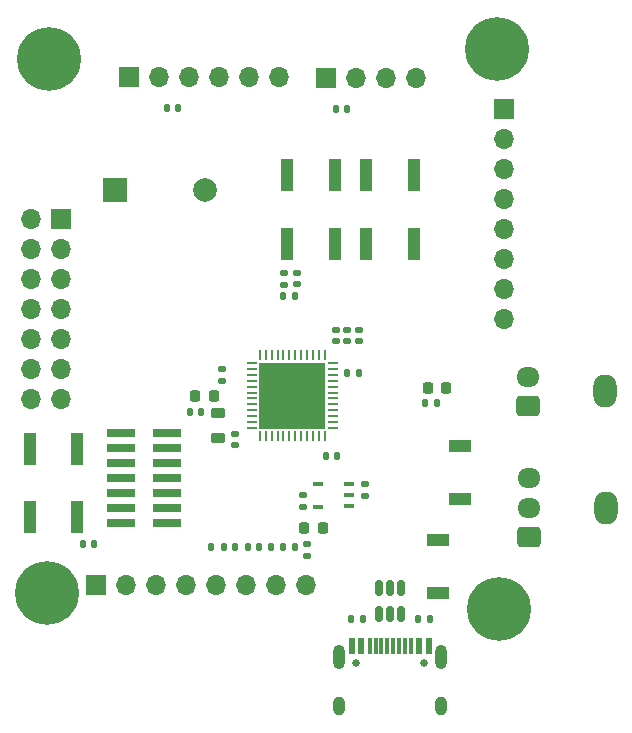
<source format=gbr>
%TF.GenerationSoftware,KiCad,Pcbnew,9.0.0*%
%TF.CreationDate,2025-03-20T21:32:39+01:00*%
%TF.ProjectId,PCB_Module_Payement,5043425f-4d6f-4647-956c-655f50617965,rev?*%
%TF.SameCoordinates,Original*%
%TF.FileFunction,Soldermask,Top*%
%TF.FilePolarity,Negative*%
%FSLAX46Y46*%
G04 Gerber Fmt 4.6, Leading zero omitted, Abs format (unit mm)*
G04 Created by KiCad (PCBNEW 9.0.0) date 2025-03-20 21:32:39*
%MOMM*%
%LPD*%
G01*
G04 APERTURE LIST*
G04 Aperture macros list*
%AMRoundRect*
0 Rectangle with rounded corners*
0 $1 Rounding radius*
0 $2 $3 $4 $5 $6 $7 $8 $9 X,Y pos of 4 corners*
0 Add a 4 corners polygon primitive as box body*
4,1,4,$2,$3,$4,$5,$6,$7,$8,$9,$2,$3,0*
0 Add four circle primitives for the rounded corners*
1,1,$1+$1,$2,$3*
1,1,$1+$1,$4,$5*
1,1,$1+$1,$6,$7*
1,1,$1+$1,$8,$9*
0 Add four rect primitives between the rounded corners*
20,1,$1+$1,$2,$3,$4,$5,0*
20,1,$1+$1,$4,$5,$6,$7,0*
20,1,$1+$1,$6,$7,$8,$9,0*
20,1,$1+$1,$8,$9,$2,$3,0*%
G04 Aperture macros list end*
%ADD10O,1.950000X1.700000*%
%ADD11RoundRect,0.250000X0.725000X-0.600000X0.725000X0.600000X-0.725000X0.600000X-0.725000X-0.600000X0*%
%ADD12O,2.000000X2.800000*%
%ADD13RoundRect,0.135000X0.135000X0.185000X-0.135000X0.185000X-0.135000X-0.185000X0.135000X-0.185000X0*%
%ADD14R,1.000000X2.800000*%
%ADD15RoundRect,0.140000X-0.170000X0.140000X-0.170000X-0.140000X0.170000X-0.140000X0.170000X0.140000X0*%
%ADD16RoundRect,0.218750X0.218750X0.256250X-0.218750X0.256250X-0.218750X-0.256250X0.218750X-0.256250X0*%
%ADD17RoundRect,0.140000X0.170000X-0.140000X0.170000X0.140000X-0.170000X0.140000X-0.170000X-0.140000X0*%
%ADD18RoundRect,0.140000X-0.140000X-0.170000X0.140000X-0.170000X0.140000X0.170000X-0.140000X0.170000X0*%
%ADD19C,0.650000*%
%ADD20R,0.600000X1.450000*%
%ADD21R,0.300000X1.450000*%
%ADD22O,1.000000X2.100000*%
%ADD23O,1.000000X1.600000*%
%ADD24R,2.400000X0.740000*%
%ADD25RoundRect,0.135000X-0.135000X-0.185000X0.135000X-0.185000X0.135000X0.185000X-0.135000X0.185000X0*%
%ADD26R,1.700000X1.700000*%
%ADD27O,1.700000X1.700000*%
%ADD28RoundRect,0.135000X0.185000X-0.135000X0.185000X0.135000X-0.185000X0.135000X-0.185000X-0.135000X0*%
%ADD29R,2.000000X2.000000*%
%ADD30C,2.000000*%
%ADD31RoundRect,0.140000X0.140000X0.170000X-0.140000X0.170000X-0.140000X-0.170000X0.140000X-0.170000X0*%
%ADD32C,5.400000*%
%ADD33RoundRect,0.135000X-0.185000X0.135000X-0.185000X-0.135000X0.185000X-0.135000X0.185000X0.135000X0*%
%ADD34RoundRect,0.150000X-0.150000X0.512500X-0.150000X-0.512500X0.150000X-0.512500X0.150000X0.512500X0*%
%ADD35RoundRect,0.218750X0.381250X-0.218750X0.381250X0.218750X-0.381250X0.218750X-0.381250X-0.218750X0*%
%ADD36R,1.905000X1.139800*%
%ADD37RoundRect,0.062500X-0.062500X0.375000X-0.062500X-0.375000X0.062500X-0.375000X0.062500X0.375000X0*%
%ADD38RoundRect,0.062500X-0.375000X0.062500X-0.375000X-0.062500X0.375000X-0.062500X0.375000X0.062500X0*%
%ADD39R,5.600000X5.600000*%
%ADD40RoundRect,0.225000X0.225000X0.250000X-0.225000X0.250000X-0.225000X-0.250000X0.225000X-0.250000X0*%
%ADD41R,0.914400X0.431800*%
G04 APERTURE END LIST*
D10*
%TO.C,J5*%
X180000000Y-102550000D03*
D11*
X180000000Y-105050000D03*
D12*
X186500000Y-103800000D03*
%TD*%
D13*
%TO.C,R1*%
X159230000Y-95750000D03*
X160250000Y-95750000D03*
%TD*%
D14*
%TO.C,SW3*%
X137800000Y-114450000D03*
X137800000Y-108650000D03*
X141800000Y-114450000D03*
X141800000Y-108650000D03*
%TD*%
D13*
%TO.C,R6*%
X158210000Y-117000000D03*
X157190000Y-117000000D03*
%TD*%
D14*
%TO.C,SW1*%
X163600000Y-85500000D03*
X163600000Y-91300000D03*
X159600000Y-85500000D03*
X159600000Y-91300000D03*
%TD*%
D15*
%TO.C,C3*%
X155150000Y-107400000D03*
X155150000Y-108360000D03*
%TD*%
D16*
%TO.C,D2*%
X162600000Y-115400000D03*
X161025000Y-115400000D03*
%TD*%
%TO.C,D1*%
X173075000Y-103500000D03*
X171500000Y-103500000D03*
%TD*%
D17*
%TO.C,C5*%
X163700000Y-99530000D03*
X163700000Y-98570000D03*
%TD*%
D15*
%TO.C,C6*%
X160900000Y-112590000D03*
X160900000Y-113550000D03*
%TD*%
D18*
%TO.C,C1*%
X149400000Y-79825000D03*
X150360000Y-79825000D03*
%TD*%
D19*
%TO.C,J6*%
X165430000Y-126795000D03*
X171210000Y-126795000D03*
D20*
X165070000Y-125350000D03*
X165870000Y-125350000D03*
D21*
X167070000Y-125350000D03*
X168070000Y-125350000D03*
X168570000Y-125350000D03*
X169570000Y-125350000D03*
D20*
X170770000Y-125350000D03*
X171570000Y-125350000D03*
X171570000Y-125350000D03*
X170770000Y-125350000D03*
D21*
X170070000Y-125350000D03*
X169070000Y-125350000D03*
X167570000Y-125350000D03*
X166570000Y-125350000D03*
D20*
X165870000Y-125350000D03*
X165070000Y-125350000D03*
D22*
X164000000Y-126265000D03*
D23*
X164000000Y-130445000D03*
D22*
X172640000Y-126265000D03*
D23*
X172640000Y-130445000D03*
%TD*%
D24*
%TO.C,J4*%
X149400000Y-114910000D03*
X145500000Y-114910000D03*
X149400000Y-113640000D03*
X145500000Y-113640000D03*
X149400000Y-112370000D03*
X145500000Y-112370000D03*
X149400000Y-111100000D03*
X145500000Y-111100000D03*
X149400000Y-109830000D03*
X145500000Y-109830000D03*
X149400000Y-108560000D03*
X145500000Y-108560000D03*
X149400000Y-107290000D03*
X145500000Y-107290000D03*
%TD*%
D17*
%TO.C,C7*%
X164650000Y-99560000D03*
X164650000Y-98600000D03*
%TD*%
%TO.C,C8*%
X160400000Y-94730000D03*
X160400000Y-93770000D03*
%TD*%
D25*
%TO.C,R3*%
X164690000Y-102250000D03*
X165710000Y-102250000D03*
%TD*%
D26*
%TO.C,J3*%
X177945000Y-79925000D03*
D27*
X177945000Y-82465000D03*
X177945000Y-85005000D03*
X177945000Y-87545000D03*
X177945000Y-90085000D03*
X177945000Y-92625000D03*
X177945000Y-95165000D03*
X177945000Y-97705000D03*
%TD*%
D28*
%TO.C,R9*%
X161300000Y-117710000D03*
X161300000Y-116690000D03*
%TD*%
D13*
%TO.C,R8*%
X160260000Y-117000000D03*
X159240000Y-117000000D03*
%TD*%
D29*
%TO.C,BZ1*%
X145050000Y-86750000D03*
D30*
X152650000Y-86750000D03*
%TD*%
D26*
%TO.C,J1*%
X162890000Y-77250000D03*
D27*
X165430000Y-77250000D03*
X167970000Y-77250000D03*
X170510000Y-77250000D03*
%TD*%
D31*
%TO.C,C14*%
X143230000Y-116750000D03*
X142270000Y-116750000D03*
%TD*%
D32*
%TO.C,H4*%
X177550000Y-122200000D03*
%TD*%
D25*
%TO.C,R4*%
X171250000Y-104750000D03*
X172270000Y-104750000D03*
%TD*%
D13*
%TO.C,R7*%
X154200000Y-117000000D03*
X153180000Y-117000000D03*
%TD*%
D33*
%TO.C,R2*%
X159300000Y-93740000D03*
X159300000Y-94760000D03*
%TD*%
D17*
%TO.C,C13*%
X165650000Y-99560000D03*
X165650000Y-98600000D03*
%TD*%
D31*
%TO.C,C4*%
X152330000Y-105550000D03*
X151370000Y-105550000D03*
%TD*%
D15*
%TO.C,C12*%
X166200000Y-111670000D03*
X166200000Y-112630000D03*
%TD*%
D32*
%TO.C,H3*%
X139250000Y-120850000D03*
%TD*%
D34*
%TO.C,U4*%
X169230000Y-120407500D03*
X168280000Y-120407500D03*
X167330000Y-120407500D03*
X167330000Y-122682500D03*
X168280000Y-122682500D03*
X169230000Y-122682500D03*
%TD*%
D18*
%TO.C,C9*%
X162860000Y-109230000D03*
X163820000Y-109230000D03*
%TD*%
D32*
%TO.C,H2*%
X177370000Y-74800000D03*
%TD*%
D13*
%TO.C,R5*%
X156230000Y-117000000D03*
X155210000Y-117000000D03*
%TD*%
D35*
%TO.C,L1*%
X153700000Y-107762500D03*
X153700000Y-105637500D03*
%TD*%
D36*
%TO.C,U5*%
X172350000Y-116366400D03*
X172350000Y-120833600D03*
%TD*%
D25*
%TO.C,R10*%
X170670000Y-123045000D03*
X171690000Y-123045000D03*
%TD*%
D37*
%TO.C,U1*%
X162770000Y-100712500D03*
X162270000Y-100712500D03*
X161770000Y-100712500D03*
X161270000Y-100712500D03*
X160770000Y-100712500D03*
X160270000Y-100712500D03*
X159770000Y-100712500D03*
X159270000Y-100712500D03*
X158770000Y-100712500D03*
X158270000Y-100712500D03*
X157770000Y-100712500D03*
X157270000Y-100712500D03*
D38*
X156582500Y-101400000D03*
X156582500Y-101900000D03*
X156582500Y-102400000D03*
X156582500Y-102900000D03*
X156582500Y-103400000D03*
X156582500Y-103900000D03*
X156582500Y-104400000D03*
X156582500Y-104900000D03*
X156582500Y-105400000D03*
X156582500Y-105900000D03*
X156582500Y-106400000D03*
X156582500Y-106900000D03*
D37*
X157270000Y-107587500D03*
X157770000Y-107587500D03*
X158270000Y-107587500D03*
X158770000Y-107587500D03*
X159270000Y-107587500D03*
X159770000Y-107587500D03*
X160270000Y-107587500D03*
X160770000Y-107587500D03*
X161270000Y-107587500D03*
X161770000Y-107587500D03*
X162270000Y-107587500D03*
X162770000Y-107587500D03*
D38*
X163457500Y-106900000D03*
X163457500Y-106400000D03*
X163457500Y-105900000D03*
X163457500Y-105400000D03*
X163457500Y-104900000D03*
X163457500Y-104400000D03*
X163457500Y-103900000D03*
X163457500Y-103400000D03*
X163457500Y-102900000D03*
X163457500Y-102400000D03*
X163457500Y-101900000D03*
X163457500Y-101400000D03*
D39*
X160020000Y-104150000D03*
%TD*%
D32*
%TO.C,H1*%
X139400000Y-75700000D03*
%TD*%
D13*
%TO.C,R11*%
X165990000Y-123045000D03*
X164970000Y-123045000D03*
%TD*%
D14*
%TO.C,SW2*%
X166300000Y-91300000D03*
X166300000Y-85500000D03*
X170300000Y-91300000D03*
X170300000Y-85500000D03*
%TD*%
D36*
%TO.C,U3*%
X174250000Y-112883600D03*
X174250000Y-108416400D03*
%TD*%
D40*
%TO.C,C10*%
X153375000Y-104150000D03*
X151825000Y-104150000D03*
%TD*%
D17*
%TO.C,C11*%
X154080000Y-102900000D03*
X154080000Y-101940000D03*
%TD*%
D12*
%TO.C,J_Switch1*%
X186550000Y-113650000D03*
D11*
X180050000Y-116150000D03*
D10*
X180050000Y-113650000D03*
X180050000Y-111150000D03*
%TD*%
D41*
%TO.C,U2*%
X164795400Y-113539800D03*
X164795400Y-112600000D03*
X164795400Y-111660200D03*
X162204600Y-111647500D03*
X162204600Y-113552500D03*
%TD*%
D26*
%TO.C,J2*%
X146230000Y-77175000D03*
D27*
X148770000Y-77175000D03*
X151310000Y-77175000D03*
X153850000Y-77175000D03*
X156390000Y-77175000D03*
X158930000Y-77175000D03*
%TD*%
D18*
%TO.C,C2*%
X163710000Y-79925000D03*
X164670000Y-79925000D03*
%TD*%
D26*
%TO.C,J7*%
X140450000Y-89175000D03*
D27*
X137910000Y-89175000D03*
X140450000Y-91715000D03*
X137910000Y-91715000D03*
X140450000Y-94255000D03*
X137910000Y-94255000D03*
X140450000Y-96795000D03*
X137910000Y-96795000D03*
X140450000Y-99335000D03*
X137910000Y-99335000D03*
X140450000Y-101875000D03*
X137910000Y-101875000D03*
X140450000Y-104415000D03*
X137910000Y-104415000D03*
%TD*%
D26*
%TO.C,J8*%
X143410000Y-120195000D03*
D27*
X145950000Y-120195000D03*
X148490000Y-120195000D03*
X151030000Y-120195000D03*
X153570000Y-120195000D03*
X156110000Y-120195000D03*
X158650000Y-120195000D03*
X161190000Y-120195000D03*
%TD*%
M02*

</source>
